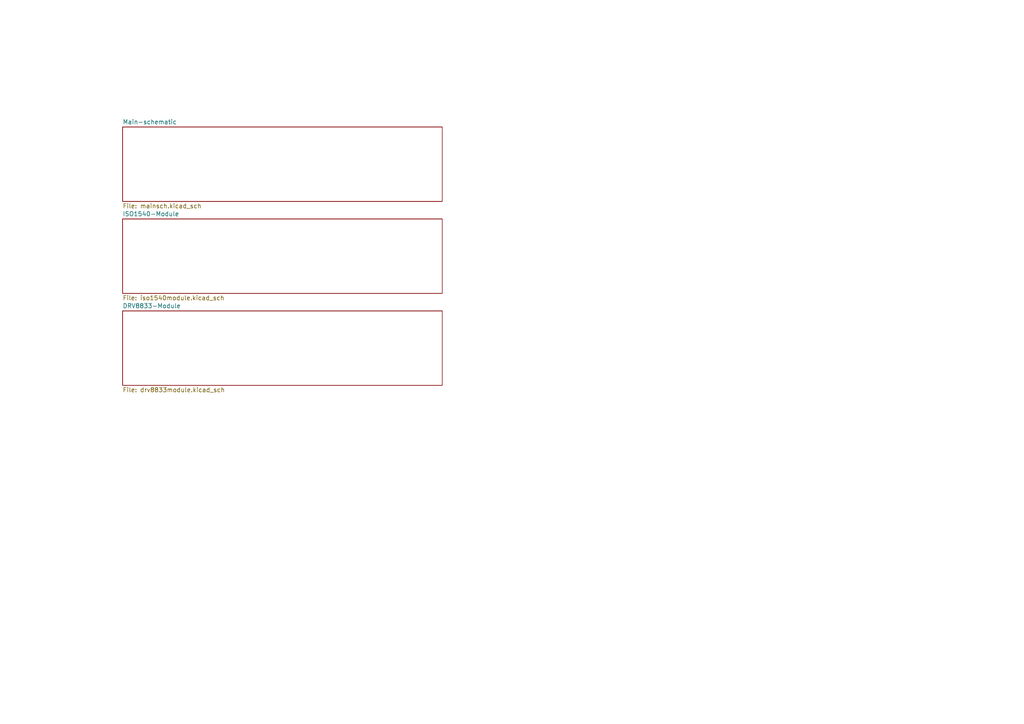
<source format=kicad_sch>
(kicad_sch
	(version 20231120)
	(generator "eeschema")
	(generator_version "8.0")
	(uuid "4d607605-b402-44ba-b6e3-9348bbf1f17c")
	(paper "A4")
	(lib_symbols)
	(sheet
		(at 35.56 36.83)
		(size 92.71 21.59)
		(fields_autoplaced yes)
		(stroke
			(width 0.1524)
			(type solid)
		)
		(fill
			(color 0 0 0 0.0000)
		)
		(uuid "07a97e4f-3d63-4965-9170-f8220a7bf150")
		(property "Sheetname" "Main-schematic"
			(at 35.56 36.1184 0)
			(effects
				(font
					(size 1.27 1.27)
				)
				(justify left bottom)
			)
		)
		(property "Sheetfile" "mainsch.kicad_sch"
			(at 35.56 59.0046 0)
			(effects
				(font
					(size 1.27 1.27)
				)
				(justify left top)
			)
		)
		(instances
			(project "LPG_Control_Board"
				(path "/4d607605-b402-44ba-b6e3-9348bbf1f17c"
					(page "4")
				)
			)
		)
	)
	(sheet
		(at 35.56 63.5)
		(size 92.71 21.59)
		(fields_autoplaced yes)
		(stroke
			(width 0.1524)
			(type solid)
		)
		(fill
			(color 0 0 0 0.0000)
		)
		(uuid "543f54f1-7da0-4d9e-8a0d-f8f26525122f")
		(property "Sheetname" "ISO1540-Module"
			(at 35.56 62.7884 0)
			(effects
				(font
					(size 1.27 1.27)
				)
				(justify left bottom)
			)
		)
		(property "Sheetfile" "iso1540module.kicad_sch"
			(at 35.56 85.6746 0)
			(effects
				(font
					(size 1.27 1.27)
				)
				(justify left top)
			)
		)
		(instances
			(project "LPG_Control_Board"
				(path "/4d607605-b402-44ba-b6e3-9348bbf1f17c"
					(page "2")
				)
			)
		)
	)
	(sheet
		(at 35.56 90.17)
		(size 92.71 21.59)
		(fields_autoplaced yes)
		(stroke
			(width 0.1524)
			(type solid)
		)
		(fill
			(color 0 0 0 0.0000)
		)
		(uuid "83178f45-ee4e-4c45-b917-20b8e7f8c77a")
		(property "Sheetname" "DRV8833-Module"
			(at 35.56 89.4584 0)
			(effects
				(font
					(size 1.27 1.27)
				)
				(justify left bottom)
			)
		)
		(property "Sheetfile" "drv8833module.kicad_sch"
			(at 35.56 112.3446 0)
			(effects
				(font
					(size 1.27 1.27)
				)
				(justify left top)
			)
		)
		(instances
			(project "LPG_Control_Board"
				(path "/4d607605-b402-44ba-b6e3-9348bbf1f17c"
					(page "3")
				)
			)
		)
	)
	(sheet_instances
		(path "/"
			(page "1")
		)
	)
)

</source>
